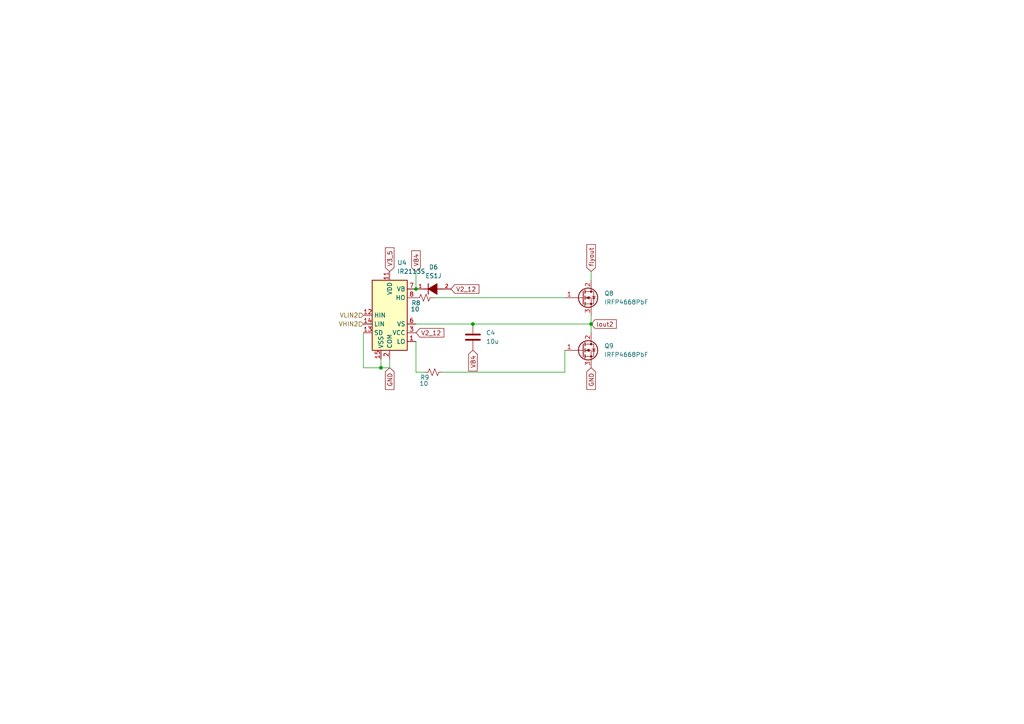
<source format=kicad_sch>
(kicad_sch
	(version 20231120)
	(generator "eeschema")
	(generator_version "8.0")
	(uuid "21237642-0fb2-4c9d-9a79-a382abbf03e9")
	(paper "A4")
	(lib_symbols
		(symbol "Device:C"
			(pin_numbers hide)
			(pin_names
				(offset 0.254)
			)
			(exclude_from_sim no)
			(in_bom yes)
			(on_board yes)
			(property "Reference" "C"
				(at 0.635 2.54 0)
				(effects
					(font
						(size 1.27 1.27)
					)
					(justify left)
				)
			)
			(property "Value" "C"
				(at 0.635 -2.54 0)
				(effects
					(font
						(size 1.27 1.27)
					)
					(justify left)
				)
			)
			(property "Footprint" ""
				(at 0.9652 -3.81 0)
				(effects
					(font
						(size 1.27 1.27)
					)
					(hide yes)
				)
			)
			(property "Datasheet" "~"
				(at 0 0 0)
				(effects
					(font
						(size 1.27 1.27)
					)
					(hide yes)
				)
			)
			(property "Description" "Unpolarized capacitor"
				(at 0 0 0)
				(effects
					(font
						(size 1.27 1.27)
					)
					(hide yes)
				)
			)
			(property "ki_keywords" "cap capacitor"
				(at 0 0 0)
				(effects
					(font
						(size 1.27 1.27)
					)
					(hide yes)
				)
			)
			(property "ki_fp_filters" "C_*"
				(at 0 0 0)
				(effects
					(font
						(size 1.27 1.27)
					)
					(hide yes)
				)
			)
			(symbol "C_0_1"
				(polyline
					(pts
						(xy -2.032 -0.762) (xy 2.032 -0.762)
					)
					(stroke
						(width 0.508)
						(type default)
					)
					(fill
						(type none)
					)
				)
				(polyline
					(pts
						(xy -2.032 0.762) (xy 2.032 0.762)
					)
					(stroke
						(width 0.508)
						(type default)
					)
					(fill
						(type none)
					)
				)
			)
			(symbol "C_1_1"
				(pin passive line
					(at 0 3.81 270)
					(length 2.794)
					(name "~"
						(effects
							(font
								(size 1.27 1.27)
							)
						)
					)
					(number "1"
						(effects
							(font
								(size 1.27 1.27)
							)
						)
					)
				)
				(pin passive line
					(at 0 -3.81 90)
					(length 2.794)
					(name "~"
						(effects
							(font
								(size 1.27 1.27)
							)
						)
					)
					(number "2"
						(effects
							(font
								(size 1.27 1.27)
							)
						)
					)
				)
			)
		)
		(symbol "Device:R_Small_US"
			(pin_numbers hide)
			(pin_names
				(offset 0.254) hide)
			(exclude_from_sim no)
			(in_bom yes)
			(on_board yes)
			(property "Reference" "R"
				(at 0.762 0.508 0)
				(effects
					(font
						(size 1.27 1.27)
					)
					(justify left)
				)
			)
			(property "Value" "R_Small_US"
				(at 0.762 -1.016 0)
				(effects
					(font
						(size 1.27 1.27)
					)
					(justify left)
				)
			)
			(property "Footprint" ""
				(at 0 0 0)
				(effects
					(font
						(size 1.27 1.27)
					)
					(hide yes)
				)
			)
			(property "Datasheet" "~"
				(at 0 0 0)
				(effects
					(font
						(size 1.27 1.27)
					)
					(hide yes)
				)
			)
			(property "Description" "Resistor, small US symbol"
				(at 0 0 0)
				(effects
					(font
						(size 1.27 1.27)
					)
					(hide yes)
				)
			)
			(property "ki_keywords" "r resistor"
				(at 0 0 0)
				(effects
					(font
						(size 1.27 1.27)
					)
					(hide yes)
				)
			)
			(property "ki_fp_filters" "R_*"
				(at 0 0 0)
				(effects
					(font
						(size 1.27 1.27)
					)
					(hide yes)
				)
			)
			(symbol "R_Small_US_1_1"
				(polyline
					(pts
						(xy 0 0) (xy 1.016 -0.381) (xy 0 -0.762) (xy -1.016 -1.143) (xy 0 -1.524)
					)
					(stroke
						(width 0)
						(type default)
					)
					(fill
						(type none)
					)
				)
				(polyline
					(pts
						(xy 0 1.524) (xy 1.016 1.143) (xy 0 0.762) (xy -1.016 0.381) (xy 0 0)
					)
					(stroke
						(width 0)
						(type default)
					)
					(fill
						(type none)
					)
				)
				(pin passive line
					(at 0 2.54 270)
					(length 1.016)
					(name "~"
						(effects
							(font
								(size 1.27 1.27)
							)
						)
					)
					(number "1"
						(effects
							(font
								(size 1.27 1.27)
							)
						)
					)
				)
				(pin passive line
					(at 0 -2.54 90)
					(length 1.016)
					(name "~"
						(effects
							(font
								(size 1.27 1.27)
							)
						)
					)
					(number "2"
						(effects
							(font
								(size 1.27 1.27)
							)
						)
					)
				)
			)
		)
		(symbol "Driver_FET:IR2113S"
			(exclude_from_sim no)
			(in_bom yes)
			(on_board yes)
			(property "Reference" "U"
				(at 1.27 13.335 0)
				(effects
					(font
						(size 1.27 1.27)
					)
					(justify left)
				)
			)
			(property "Value" "IR2113S"
				(at 1.27 11.43 0)
				(effects
					(font
						(size 1.27 1.27)
					)
					(justify left)
				)
			)
			(property "Footprint" "Package_SO:SOIC-16W_7.5x10.3mm_P1.27mm"
				(at 0 0 0)
				(effects
					(font
						(size 1.27 1.27)
						(italic yes)
					)
					(hide yes)
				)
			)
			(property "Datasheet" "https://www.infineon.com/dgdl/ir2110.pdf?fileId=5546d462533600a4015355c80333167e"
				(at 0 0 0)
				(effects
					(font
						(size 1.27 1.27)
					)
					(hide yes)
				)
			)
			(property "Description" "High and Low Side Driver, 500V, 2.0/2.0A, SOIC-16W"
				(at 0 0 0)
				(effects
					(font
						(size 1.27 1.27)
					)
					(hide yes)
				)
			)
			(property "ki_keywords" "Gate Driver"
				(at 0 0 0)
				(effects
					(font
						(size 1.27 1.27)
					)
					(hide yes)
				)
			)
			(property "ki_fp_filters" "SOIC*7.5x10.3mm*P1.27mm*"
				(at 0 0 0)
				(effects
					(font
						(size 1.27 1.27)
					)
					(hide yes)
				)
			)
			(symbol "IR2113S_0_1"
				(rectangle
					(start -5.08 -10.16)
					(end 5.08 10.16)
					(stroke
						(width 0.254)
						(type default)
					)
					(fill
						(type background)
					)
				)
			)
			(symbol "IR2113S_1_1"
				(pin output line
					(at 7.62 -7.62 180)
					(length 2.54)
					(name "LO"
						(effects
							(font
								(size 1.27 1.27)
							)
						)
					)
					(number "1"
						(effects
							(font
								(size 1.27 1.27)
							)
						)
					)
				)
				(pin no_connect line
					(at 5.08 2.54 180)
					(length 2.54) hide
					(name "NC"
						(effects
							(font
								(size 1.27 1.27)
							)
						)
					)
					(number "10"
						(effects
							(font
								(size 1.27 1.27)
							)
						)
					)
				)
				(pin power_in line
					(at 0 12.7 270)
					(length 2.54)
					(name "VDD"
						(effects
							(font
								(size 1.27 1.27)
							)
						)
					)
					(number "11"
						(effects
							(font
								(size 1.27 1.27)
							)
						)
					)
				)
				(pin input line
					(at -7.62 0 0)
					(length 2.54)
					(name "HIN"
						(effects
							(font
								(size 1.27 1.27)
							)
						)
					)
					(number "12"
						(effects
							(font
								(size 1.27 1.27)
							)
						)
					)
				)
				(pin input line
					(at -7.62 -5.08 0)
					(length 2.54)
					(name "SD"
						(effects
							(font
								(size 1.27 1.27)
							)
						)
					)
					(number "13"
						(effects
							(font
								(size 1.27 1.27)
							)
						)
					)
				)
				(pin input line
					(at -7.62 -2.54 0)
					(length 2.54)
					(name "LIN"
						(effects
							(font
								(size 1.27 1.27)
							)
						)
					)
					(number "14"
						(effects
							(font
								(size 1.27 1.27)
							)
						)
					)
				)
				(pin power_in line
					(at -2.54 -12.7 90)
					(length 2.54)
					(name "VSS"
						(effects
							(font
								(size 1.27 1.27)
							)
						)
					)
					(number "15"
						(effects
							(font
								(size 1.27 1.27)
							)
						)
					)
				)
				(pin no_connect line
					(at 5.08 0 180)
					(length 2.54) hide
					(name "NC"
						(effects
							(font
								(size 1.27 1.27)
							)
						)
					)
					(number "16"
						(effects
							(font
								(size 1.27 1.27)
							)
						)
					)
				)
				(pin power_in line
					(at 0 -12.7 90)
					(length 2.54)
					(name "COM"
						(effects
							(font
								(size 1.27 1.27)
							)
						)
					)
					(number "2"
						(effects
							(font
								(size 1.27 1.27)
							)
						)
					)
				)
				(pin power_in line
					(at 7.62 -5.08 180)
					(length 2.54)
					(name "VCC"
						(effects
							(font
								(size 1.27 1.27)
							)
						)
					)
					(number "3"
						(effects
							(font
								(size 1.27 1.27)
							)
						)
					)
				)
				(pin no_connect line
					(at -5.08 7.62 0)
					(length 2.54) hide
					(name "NC"
						(effects
							(font
								(size 1.27 1.27)
							)
						)
					)
					(number "4"
						(effects
							(font
								(size 1.27 1.27)
							)
						)
					)
				)
				(pin no_connect line
					(at -5.08 5.08 0)
					(length 2.54) hide
					(name "NC"
						(effects
							(font
								(size 1.27 1.27)
							)
						)
					)
					(number "5"
						(effects
							(font
								(size 1.27 1.27)
							)
						)
					)
				)
				(pin passive line
					(at 7.62 -2.54 180)
					(length 2.54)
					(name "VS"
						(effects
							(font
								(size 1.27 1.27)
							)
						)
					)
					(number "6"
						(effects
							(font
								(size 1.27 1.27)
							)
						)
					)
				)
				(pin passive line
					(at 7.62 7.62 180)
					(length 2.54)
					(name "VB"
						(effects
							(font
								(size 1.27 1.27)
							)
						)
					)
					(number "7"
						(effects
							(font
								(size 1.27 1.27)
							)
						)
					)
				)
				(pin output line
					(at 7.62 5.08 180)
					(length 2.54)
					(name "HO"
						(effects
							(font
								(size 1.27 1.27)
							)
						)
					)
					(number "8"
						(effects
							(font
								(size 1.27 1.27)
							)
						)
					)
				)
				(pin no_connect line
					(at -5.08 2.54 0)
					(length 2.54) hide
					(name "NC"
						(effects
							(font
								(size 1.27 1.27)
							)
						)
					)
					(number "9"
						(effects
							(font
								(size 1.27 1.27)
							)
						)
					)
				)
			)
		)
		(symbol "ES1J:ES1J"
			(pin_names
				(offset 1.016)
			)
			(exclude_from_sim no)
			(in_bom yes)
			(on_board yes)
			(property "Reference" "D"
				(at 6.096 -5.08 0)
				(effects
					(font
						(size 1.27 1.27)
					)
					(justify left bottom)
				)
			)
			(property "Value" "ES1J"
				(at 6.096 -7.62 0)
				(effects
					(font
						(size 1.27 1.27)
					)
					(justify left bottom)
				)
			)
			(property "Footprint" "ES1J:DIOM5227X250N"
				(at 0 0 0)
				(effects
					(font
						(size 1.27 1.27)
					)
					(justify bottom)
					(hide yes)
				)
			)
			(property "Datasheet" ""
				(at 0 0 0)
				(effects
					(font
						(size 1.27 1.27)
					)
					(hide yes)
				)
			)
			(property "Description" ""
				(at 0 0 0)
				(effects
					(font
						(size 1.27 1.27)
					)
					(hide yes)
				)
			)
			(property "SnapEDA_Link" "https://www.snapeda.com/parts/ES1J/Onsemi/view-part/?ref=snap"
				(at 0 0 0)
				(effects
					(font
						(size 1.27 1.27)
					)
					(justify bottom)
					(hide yes)
				)
			)
			(property "E" "2.725"
				(at 0 0 0)
				(effects
					(font
						(size 1.27 1.27)
					)
					(justify bottom)
					(hide yes)
				)
			)
			(property "D" "5.2"
				(at 0 0 0)
				(effects
					(font
						(size 1.27 1.27)
					)
					(justify bottom)
					(hide yes)
				)
			)
			(property "FAMILY" "diode"
				(at 0 0 0)
				(effects
					(font
						(size 1.27 1.27)
					)
					(justify bottom)
					(hide yes)
				)
			)
			(property "Package" "SMA-2 ON Semiconductor"
				(at 0 0 0)
				(effects
					(font
						(size 1.27 1.27)
					)
					(justify bottom)
					(hide yes)
				)
			)
			(property "b-" "0.225"
				(at 0 0 0)
				(effects
					(font
						(size 1.27 1.27)
					)
					(justify bottom)
					(hide yes)
				)
			)
			(property "L-" "0.385"
				(at 0 0 0)
				(effects
					(font
						(size 1.27 1.27)
					)
					(justify bottom)
					(hide yes)
				)
			)
			(property "Check_prices" "https://www.snapeda.com/parts/ES1J/Onsemi/view-part/?ref=eda"
				(at 0 0 0)
				(effects
					(font
						(size 1.27 1.27)
					)
					(justify bottom)
					(hide yes)
				)
			)
			(property "L" "1.135"
				(at 0 0 0)
				(effects
					(font
						(size 1.27 1.27)
					)
					(justify bottom)
					(hide yes)
				)
			)
			(property "STANDARD" "IPC-7351B"
				(at 0 0 0)
				(effects
					(font
						(size 1.27 1.27)
					)
					(justify bottom)
					(hide yes)
				)
			)
			(property "PARTREV" "Rev. 2"
				(at 0 0 0)
				(effects
					(font
						(size 1.27 1.27)
					)
					(justify bottom)
					(hide yes)
				)
			)
			(property "MF" "ON Semiconductor"
				(at 0 0 0)
				(effects
					(font
						(size 1.27 1.27)
					)
					(justify bottom)
					(hide yes)
				)
			)
			(property "b NOM" "1.425"
				(at 0 0 0)
				(effects
					(font
						(size 1.27 1.27)
					)
					(justify bottom)
					(hide yes)
				)
			)
			(property "L+" "0.385"
				(at 0 0 0)
				(effects
					(font
						(size 1.27 1.27)
					)
					(justify bottom)
					(hide yes)
				)
			)
			(property "b+" "0.225"
				(at 0 0 0)
				(effects
					(font
						(size 1.27 1.27)
					)
					(justify bottom)
					(hide yes)
				)
			)
			(property "D+" "0.4"
				(at 0 0 0)
				(effects
					(font
						(size 1.27 1.27)
					)
					(justify bottom)
					(hide yes)
				)
			)
			(property "E-" "0.225"
				(at 0 0 0)
				(effects
					(font
						(size 1.27 1.27)
					)
					(justify bottom)
					(hide yes)
				)
			)
			(property "D-" "0.4"
				(at 0 0 0)
				(effects
					(font
						(size 1.27 1.27)
					)
					(justify bottom)
					(hide yes)
				)
			)
			(property "LENGTH NOM" "4.375"
				(at 0 0 0)
				(effects
					(font
						(size 1.27 1.27)
					)
					(justify bottom)
					(hide yes)
				)
			)
			(property "MAXIMUM_PACKAGE_HEIGHT" "2.5 mm"
				(at 0 0 0)
				(effects
					(font
						(size 1.27 1.27)
					)
					(justify bottom)
					(hide yes)
				)
			)
			(property "E+" "0.225"
				(at 0 0 0)
				(effects
					(font
						(size 1.27 1.27)
					)
					(justify bottom)
					(hide yes)
				)
			)
			(property "HEIGHT" "2.5"
				(at 0 0 0)
				(effects
					(font
						(size 1.27 1.27)
					)
					(justify bottom)
					(hide yes)
				)
			)
			(property "Price" "None"
				(at 0 0 0)
				(effects
					(font
						(size 1.27 1.27)
					)
					(justify bottom)
					(hide yes)
				)
			)
			(property "Description_1" "\n                        \n                            Diode Standard 600 V 1A Surface Mount DO-214AD (SMAF)\n                        \n"
				(at 0 0 0)
				(effects
					(font
						(size 1.27 1.27)
					)
					(justify bottom)
					(hide yes)
				)
			)
			(property "MP" "ES1J"
				(at 0 0 0)
				(effects
					(font
						(size 1.27 1.27)
					)
					(justify bottom)
					(hide yes)
				)
			)
			(property "PITCH" "4.065"
				(at 0 0 0)
				(effects
					(font
						(size 1.27 1.27)
					)
					(justify bottom)
					(hide yes)
				)
			)
			(property "MANUFACTURER" "ON Semiconductor"
				(at 0 0 0)
				(effects
					(font
						(size 1.27 1.27)
					)
					(justify bottom)
					(hide yes)
				)
			)
			(property "Availability" "In Stock"
				(at 0 0 0)
				(effects
					(font
						(size 1.27 1.27)
					)
					(justify bottom)
					(hide yes)
				)
			)
			(symbol "ES1J_0_0"
				(polyline
					(pts
						(xy 2.54 -6.096) (xy 2.54 -7.62)
					)
					(stroke
						(width 0.254)
						(type default)
					)
					(fill
						(type none)
					)
				)
				(polyline
					(pts
						(xy 2.54 -2.54) (xy 2.54 -3.556)
					)
					(stroke
						(width 0.254)
						(type default)
					)
					(fill
						(type none)
					)
				)
				(polyline
					(pts
						(xy 4.064 -3.556) (xy 1.016 -3.556)
					)
					(stroke
						(width 0.254)
						(type default)
					)
					(fill
						(type none)
					)
				)
				(polyline
					(pts
						(xy 2.54 -3.556) (xy 1.016 -6.096) (xy 4.064 -6.096) (xy 2.54 -3.556)
					)
					(stroke
						(width 0.254)
						(type default)
					)
					(fill
						(type outline)
					)
				)
				(pin passive line
					(at 2.54 0 270)
					(length 2.54)
					(name "~"
						(effects
							(font
								(size 1.016 1.016)
							)
						)
					)
					(number "1"
						(effects
							(font
								(size 1.016 1.016)
							)
						)
					)
				)
				(pin passive line
					(at 2.54 -10.16 90)
					(length 2.54)
					(name "~"
						(effects
							(font
								(size 1.016 1.016)
							)
						)
					)
					(number "2"
						(effects
							(font
								(size 1.016 1.016)
							)
						)
					)
				)
			)
		)
		(symbol "Transistor_FET:IRFP4668PbF"
			(pin_names hide)
			(exclude_from_sim no)
			(in_bom yes)
			(on_board yes)
			(property "Reference" "Q"
				(at 5.08 1.905 0)
				(effects
					(font
						(size 1.27 1.27)
					)
					(justify left)
				)
			)
			(property "Value" "IRFP4668PbF"
				(at 5.08 0 0)
				(effects
					(font
						(size 1.27 1.27)
					)
					(justify left)
				)
			)
			(property "Footprint" "Package_TO_SOT_THT:TO-247-3_Vertical"
				(at 5.08 -1.905 0)
				(effects
					(font
						(size 1.27 1.27)
						(italic yes)
					)
					(justify left)
					(hide yes)
				)
			)
			(property "Datasheet" "https://www.infineon.com/dgdl/irfp4668pbf.pdf?fileId=5546d462533600a40153562c8528201d"
				(at 5.08 -3.81 0)
				(effects
					(font
						(size 1.27 1.27)
					)
					(justify left)
					(hide yes)
				)
			)
			(property "Description" "130A Id, 200V Vds, N-Channel Power MOSFET, TO-247"
				(at 0 0 0)
				(effects
					(font
						(size 1.27 1.27)
					)
					(hide yes)
				)
			)
			(property "ki_keywords" "N-Channel Power MOSFET"
				(at 0 0 0)
				(effects
					(font
						(size 1.27 1.27)
					)
					(hide yes)
				)
			)
			(property "ki_fp_filters" "TO?247*"
				(at 0 0 0)
				(effects
					(font
						(size 1.27 1.27)
					)
					(hide yes)
				)
			)
			(symbol "IRFP4668PbF_0_1"
				(polyline
					(pts
						(xy 0.254 0) (xy -2.54 0)
					)
					(stroke
						(width 0)
						(type default)
					)
					(fill
						(type none)
					)
				)
				(polyline
					(pts
						(xy 0.254 1.905) (xy 0.254 -1.905)
					)
					(stroke
						(width 0.254)
						(type default)
					)
					(fill
						(type none)
					)
				)
				(polyline
					(pts
						(xy 0.762 -1.27) (xy 0.762 -2.286)
					)
					(stroke
						(width 0.254)
						(type default)
					)
					(fill
						(type none)
					)
				)
				(polyline
					(pts
						(xy 0.762 0.508) (xy 0.762 -0.508)
					)
					(stroke
						(width 0.254)
						(type default)
					)
					(fill
						(type none)
					)
				)
				(polyline
					(pts
						(xy 0.762 2.286) (xy 0.762 1.27)
					)
					(stroke
						(width 0.254)
						(type default)
					)
					(fill
						(type none)
					)
				)
				(polyline
					(pts
						(xy 2.54 2.54) (xy 2.54 1.778)
					)
					(stroke
						(width 0)
						(type default)
					)
					(fill
						(type none)
					)
				)
				(polyline
					(pts
						(xy 2.54 -2.54) (xy 2.54 0) (xy 0.762 0)
					)
					(stroke
						(width 0)
						(type default)
					)
					(fill
						(type none)
					)
				)
				(polyline
					(pts
						(xy 0.762 -1.778) (xy 3.302 -1.778) (xy 3.302 1.778) (xy 0.762 1.778)
					)
					(stroke
						(width 0)
						(type default)
					)
					(fill
						(type none)
					)
				)
				(polyline
					(pts
						(xy 1.016 0) (xy 2.032 0.381) (xy 2.032 -0.381) (xy 1.016 0)
					)
					(stroke
						(width 0)
						(type default)
					)
					(fill
						(type outline)
					)
				)
				(polyline
					(pts
						(xy 2.794 0.508) (xy 2.921 0.381) (xy 3.683 0.381) (xy 3.81 0.254)
					)
					(stroke
						(width 0)
						(type default)
					)
					(fill
						(type none)
					)
				)
				(polyline
					(pts
						(xy 3.302 0.381) (xy 2.921 -0.254) (xy 3.683 -0.254) (xy 3.302 0.381)
					)
					(stroke
						(width 0)
						(type default)
					)
					(fill
						(type none)
					)
				)
				(circle
					(center 1.651 0)
					(radius 2.794)
					(stroke
						(width 0.254)
						(type default)
					)
					(fill
						(type none)
					)
				)
				(circle
					(center 2.54 -1.778)
					(radius 0.254)
					(stroke
						(width 0)
						(type default)
					)
					(fill
						(type outline)
					)
				)
				(circle
					(center 2.54 1.778)
					(radius 0.254)
					(stroke
						(width 0)
						(type default)
					)
					(fill
						(type outline)
					)
				)
			)
			(symbol "IRFP4668PbF_1_1"
				(pin input line
					(at -5.08 0 0)
					(length 2.54)
					(name "G"
						(effects
							(font
								(size 1.27 1.27)
							)
						)
					)
					(number "1"
						(effects
							(font
								(size 1.27 1.27)
							)
						)
					)
				)
				(pin passive line
					(at 2.54 5.08 270)
					(length 2.54)
					(name "D"
						(effects
							(font
								(size 1.27 1.27)
							)
						)
					)
					(number "2"
						(effects
							(font
								(size 1.27 1.27)
							)
						)
					)
				)
				(pin passive line
					(at 2.54 -5.08 90)
					(length 2.54)
					(name "S"
						(effects
							(font
								(size 1.27 1.27)
							)
						)
					)
					(number "3"
						(effects
							(font
								(size 1.27 1.27)
							)
						)
					)
				)
			)
		)
	)
	(junction
		(at 171.45 93.98)
		(diameter 0)
		(color 0 0 0 0)
		(uuid "15b1fed1-58e2-405b-a198-7b28085cfea2")
	)
	(junction
		(at 120.65 83.82)
		(diameter 0)
		(color 0 0 0 0)
		(uuid "47018358-62c1-4d08-a95d-dd3fb3d38552")
	)
	(junction
		(at 110.49 106.68)
		(diameter 0)
		(color 0 0 0 0)
		(uuid "a19fc2a4-241e-436b-b69c-bc1740731a05")
	)
	(junction
		(at 137.16 93.98)
		(diameter 0)
		(color 0 0 0 0)
		(uuid "c5e337ac-f9f0-4931-baed-72733ddc1ca0")
	)
	(wire
		(pts
			(xy 171.45 93.98) (xy 171.45 96.52)
		)
		(stroke
			(width 0)
			(type default)
		)
		(uuid "18554665-7d02-4023-bff7-9e7ac1340171")
	)
	(wire
		(pts
			(xy 110.49 104.14) (xy 110.49 106.68)
		)
		(stroke
			(width 0)
			(type default)
		)
		(uuid "22581ada-d0ac-42b0-9f8a-8bc65fe5a4c7")
	)
	(wire
		(pts
			(xy 171.45 78.74) (xy 171.45 81.28)
		)
		(stroke
			(width 0)
			(type default)
		)
		(uuid "25014055-9ac3-4e58-8892-64b1dde409c2")
	)
	(wire
		(pts
			(xy 163.83 107.95) (xy 163.83 101.6)
		)
		(stroke
			(width 0)
			(type default)
		)
		(uuid "3780d0c5-d686-4d63-ac54-e9f8f065f6fc")
	)
	(wire
		(pts
			(xy 120.65 93.98) (xy 137.16 93.98)
		)
		(stroke
			(width 0)
			(type default)
		)
		(uuid "395bd278-c4ac-4993-916b-db18b2bc568e")
	)
	(wire
		(pts
			(xy 110.49 106.68) (xy 113.03 106.68)
		)
		(stroke
			(width 0)
			(type default)
		)
		(uuid "3f6e1126-118b-45d6-b721-81e95faa1100")
	)
	(wire
		(pts
			(xy 105.41 106.68) (xy 110.49 106.68)
		)
		(stroke
			(width 0)
			(type default)
		)
		(uuid "4e8d4f51-104a-451f-93f7-a3b42f0ea153")
	)
	(wire
		(pts
			(xy 120.65 107.95) (xy 123.19 107.95)
		)
		(stroke
			(width 0)
			(type default)
		)
		(uuid "52cb495b-3d42-485a-82cb-4e29cb6b156d")
	)
	(wire
		(pts
			(xy 137.16 93.98) (xy 171.45 93.98)
		)
		(stroke
			(width 0)
			(type default)
		)
		(uuid "6c46fa4b-9c68-407b-a332-68eee2143381")
	)
	(wire
		(pts
			(xy 120.65 99.06) (xy 120.65 107.95)
		)
		(stroke
			(width 0)
			(type default)
		)
		(uuid "7aed5f51-ffa0-4ded-a470-db42f8ca8ca7")
	)
	(wire
		(pts
			(xy 105.41 96.52) (xy 105.41 106.68)
		)
		(stroke
			(width 0)
			(type default)
		)
		(uuid "8a9297be-8ce2-4020-bdef-5d3808e3ec33")
	)
	(wire
		(pts
			(xy 120.65 78.74) (xy 120.65 83.82)
		)
		(stroke
			(width 0)
			(type default)
		)
		(uuid "9f986cf4-782d-4db9-b4fa-dd95dfacf37e")
	)
	(wire
		(pts
			(xy 128.27 107.95) (xy 163.83 107.95)
		)
		(stroke
			(width 0)
			(type default)
		)
		(uuid "bf92dc03-c9ae-4a24-8480-5e9c2b5060e7")
	)
	(wire
		(pts
			(xy 113.03 106.68) (xy 113.03 104.14)
		)
		(stroke
			(width 0)
			(type default)
		)
		(uuid "ca4638bc-e15b-4e1f-8ba6-a567dd58a9ac")
	)
	(wire
		(pts
			(xy 171.45 91.44) (xy 171.45 93.98)
		)
		(stroke
			(width 0)
			(type default)
		)
		(uuid "dee7d5a5-8cfe-445a-ab67-8f7226ca53a2")
	)
	(wire
		(pts
			(xy 125.73 86.36) (xy 163.83 86.36)
		)
		(stroke
			(width 0)
			(type default)
		)
		(uuid "e177dbce-0ee9-4455-b7e9-3e2e478b09ea")
	)
	(global_label "V2_12"
		(shape input)
		(at 120.65 96.52 0)
		(fields_autoplaced yes)
		(effects
			(font
				(size 1.27 1.27)
			)
			(justify left)
		)
		(uuid "24b0dbe8-ab7a-4605-a084-ab194679365d")
		(property "Intersheetrefs" "${INTERSHEET_REFS}"
			(at 129.3199 96.52 0)
			(effects
				(font
					(size 1.27 1.27)
				)
				(justify left)
				(hide yes)
			)
		)
	)
	(global_label "flyout"
		(shape input)
		(at 171.45 78.74 90)
		(fields_autoplaced yes)
		(effects
			(font
				(size 1.27 1.27)
			)
			(justify left)
		)
		(uuid "3f5cede5-9c28-473e-92cc-14c0ddf06a68")
		(property "Intersheetrefs" "${INTERSHEET_REFS}"
			(at 171.45 70.3726 90)
			(effects
				(font
					(size 1.27 1.27)
				)
				(justify left)
				(hide yes)
			)
		)
	)
	(global_label "V2_12"
		(shape input)
		(at 130.81 83.82 0)
		(fields_autoplaced yes)
		(effects
			(font
				(size 1.27 1.27)
			)
			(justify left)
		)
		(uuid "56a8d65a-2687-4b4d-826f-3caa88107be8")
		(property "Intersheetrefs" "${INTERSHEET_REFS}"
			(at 139.4799 83.82 0)
			(effects
				(font
					(size 1.27 1.27)
				)
				(justify left)
				(hide yes)
			)
		)
	)
	(global_label "VB4"
		(shape input)
		(at 137.16 101.6 270)
		(fields_autoplaced yes)
		(effects
			(font
				(size 1.27 1.27)
			)
			(justify right)
		)
		(uuid "5723cf95-42d3-4bfb-8459-7e570788a595")
		(property "Intersheetrefs" "${INTERSHEET_REFS}"
			(at 137.16 108.1533 90)
			(effects
				(font
					(size 1.27 1.27)
				)
				(justify right)
				(hide yes)
			)
		)
	)
	(global_label "GND"
		(shape input)
		(at 113.03 106.68 270)
		(fields_autoplaced yes)
		(effects
			(font
				(size 1.27 1.27)
			)
			(justify right)
		)
		(uuid "7252cc05-7d92-443f-8f21-3846521feec5")
		(property "Intersheetrefs" "${INTERSHEET_REFS}"
			(at 113.03 113.5357 90)
			(effects
				(font
					(size 1.27 1.27)
				)
				(justify right)
				(hide yes)
			)
		)
	)
	(global_label "lout2"
		(shape input)
		(at 171.45 93.98 0)
		(fields_autoplaced yes)
		(effects
			(font
				(size 1.27 1.27)
			)
			(justify left)
		)
		(uuid "7620d762-ab48-4dcc-be0f-53f6910be1ff")
		(property "Intersheetrefs" "${INTERSHEET_REFS}"
			(at 179.3336 93.98 0)
			(effects
				(font
					(size 1.27 1.27)
				)
				(justify left)
				(hide yes)
			)
		)
	)
	(global_label "GND"
		(shape input)
		(at 171.45 106.68 270)
		(fields_autoplaced yes)
		(effects
			(font
				(size 1.27 1.27)
			)
			(justify right)
		)
		(uuid "99aae7ca-44bd-4f11-8724-ec82892498d2")
		(property "Intersheetrefs" "${INTERSHEET_REFS}"
			(at 171.45 113.5357 90)
			(effects
				(font
					(size 1.27 1.27)
				)
				(justify right)
				(hide yes)
			)
		)
	)
	(global_label "V3_5"
		(shape input)
		(at 113.03 78.74 90)
		(fields_autoplaced yes)
		(effects
			(font
				(size 1.27 1.27)
			)
			(justify left)
		)
		(uuid "c3edd193-65ac-440c-a236-7dbf0a378ca5")
		(property "Intersheetrefs" "${INTERSHEET_REFS}"
			(at 113.03 71.2796 90)
			(effects
				(font
					(size 1.27 1.27)
				)
				(justify left)
				(hide yes)
			)
		)
	)
	(global_label "VB4"
		(shape input)
		(at 120.65 78.74 90)
		(fields_autoplaced yes)
		(effects
			(font
				(size 1.27 1.27)
			)
			(justify left)
		)
		(uuid "ee0bbfc2-4f43-4193-88fa-1c52a30752fb")
		(property "Intersheetrefs" "${INTERSHEET_REFS}"
			(at 120.65 72.1867 90)
			(effects
				(font
					(size 1.27 1.27)
				)
				(justify left)
				(hide yes)
			)
		)
	)
	(hierarchical_label "VLIN2"
		(shape input)
		(at 105.41 91.44 180)
		(fields_autoplaced yes)
		(effects
			(font
				(size 1.27 1.27)
			)
			(justify right)
		)
		(uuid "1e8e7c62-d29a-456f-9329-f67108cdbbea")
	)
	(hierarchical_label "VHIN2"
		(shape input)
		(at 105.41 93.98 180)
		(fields_autoplaced yes)
		(effects
			(font
				(size 1.27 1.27)
			)
			(justify right)
		)
		(uuid "d6c0539c-a01e-4683-bbd1-65d61a4160ab")
	)
	(symbol
		(lib_id "Device:C")
		(at 137.16 97.79 0)
		(unit 1)
		(exclude_from_sim no)
		(in_bom yes)
		(on_board yes)
		(dnp no)
		(fields_autoplaced yes)
		(uuid "0ac69ed9-df2b-4aea-9a84-ce549bc6ad8e")
		(property "Reference" "C4"
			(at 140.97 96.5199 0)
			(effects
				(font
					(size 1.27 1.27)
				)
				(justify left)
			)
		)
		(property "Value" "10u"
			(at 140.97 99.0599 0)
			(effects
				(font
					(size 1.27 1.27)
				)
				(justify left)
			)
		)
		(property "Footprint" "Capacitor_SMD:C_1210_3225Metric"
			(at 138.1252 101.6 0)
			(effects
				(font
					(size 1.27 1.27)
				)
				(hide yes)
			)
		)
		(property "Datasheet" "~"
			(at 137.16 97.79 0)
			(effects
				(font
					(size 1.27 1.27)
				)
				(hide yes)
			)
		)
		(property "Description" "Unpolarized capacitor"
			(at 137.16 97.79 0)
			(effects
				(font
					(size 1.27 1.27)
				)
				(hide yes)
			)
		)
		(pin "2"
			(uuid "549b7495-8515-41be-9959-23d592898d65")
		)
		(pin "1"
			(uuid "0d51f414-c3e6-4a14-8b95-a0f8d1386527")
		)
		(instances
			(project ""
				(path "/edf94242-0cdc-4580-8fae-fd56a0fef1a3/4ef6125f-d48c-4cdc-8ecc-782b01e6efd7/c535be32-88b2-4136-9db1-2c637c5fea54"
					(reference "C4")
					(unit 1)
				)
			)
		)
	)
	(symbol
		(lib_id "Transistor_FET:IRFP4668PbF")
		(at 168.91 101.6 0)
		(unit 1)
		(exclude_from_sim no)
		(in_bom yes)
		(on_board yes)
		(dnp no)
		(fields_autoplaced yes)
		(uuid "0ba206a5-69e7-4a62-8e21-6e39c0c60547")
		(property "Reference" "Q9"
			(at 175.26 100.3299 0)
			(effects
				(font
					(size 1.27 1.27)
				)
				(justify left)
			)
		)
		(property "Value" "IRFP4668PbF"
			(at 175.26 102.8699 0)
			(effects
				(font
					(size 1.27 1.27)
				)
				(justify left)
			)
		)
		(property "Footprint" "Package_TO_SOT_SMD:SC-59_Handsoldering"
			(at 173.99 103.505 0)
			(effects
				(font
					(size 1.27 1.27)
					(italic yes)
				)
				(justify left)
				(hide yes)
			)
		)
		(property "Datasheet" "https://www.infineon.com/dgdl/irfp4668pbf.pdf?fileId=5546d462533600a40153562c8528201d"
			(at 173.99 105.41 0)
			(effects
				(font
					(size 1.27 1.27)
				)
				(justify left)
				(hide yes)
			)
		)
		(property "Description" "130A Id, 200V Vds, N-Channel Power MOSFET, TO-247"
			(at 168.91 101.6 0)
			(effects
				(font
					(size 1.27 1.27)
				)
				(hide yes)
			)
		)
		(pin "1"
			(uuid "88b015ef-4bc7-47eb-bae8-ed51e8871568")
		)
		(pin "2"
			(uuid "5c3a7572-df58-43d7-9490-16fccf3e7759")
		)
		(pin "3"
			(uuid "b7e80ea6-ea26-411e-a5fd-724947517866")
		)
		(instances
			(project ""
				(path "/edf94242-0cdc-4580-8fae-fd56a0fef1a3/4ef6125f-d48c-4cdc-8ecc-782b01e6efd7/c535be32-88b2-4136-9db1-2c637c5fea54"
					(reference "Q9")
					(unit 1)
				)
			)
		)
	)
	(symbol
		(lib_id "Device:R_Small_US")
		(at 125.73 107.95 90)
		(unit 1)
		(exclude_from_sim no)
		(in_bom yes)
		(on_board yes)
		(dnp no)
		(uuid "2ba4207d-ff36-4ce8-9536-d86b7d3b0004")
		(property "Reference" "R9"
			(at 123.19 109.474 90)
			(effects
				(font
					(size 1.27 1.27)
				)
			)
		)
		(property "Value" "10"
			(at 122.936 111.252 90)
			(effects
				(font
					(size 1.27 1.27)
				)
			)
		)
		(property "Footprint" "Resistor_SMD:R_0805_2012Metric"
			(at 125.73 107.95 0)
			(effects
				(font
					(size 1.27 1.27)
				)
				(hide yes)
			)
		)
		(property "Datasheet" "~"
			(at 125.73 107.95 0)
			(effects
				(font
					(size 1.27 1.27)
				)
				(hide yes)
			)
		)
		(property "Description" "Resistor, small US symbol"
			(at 125.73 107.95 0)
			(effects
				(font
					(size 1.27 1.27)
				)
				(hide yes)
			)
		)
		(pin "2"
			(uuid "b0be22ff-d9c3-4545-81bb-13b100bfb456")
		)
		(pin "1"
			(uuid "5b3e2fe5-bd2f-45de-bd7a-83a1556fe752")
		)
		(instances
			(project ""
				(path "/edf94242-0cdc-4580-8fae-fd56a0fef1a3/4ef6125f-d48c-4cdc-8ecc-782b01e6efd7/c535be32-88b2-4136-9db1-2c637c5fea54"
					(reference "R9")
					(unit 1)
				)
			)
		)
	)
	(symbol
		(lib_id "ES1J:ES1J")
		(at 120.65 86.36 90)
		(unit 1)
		(exclude_from_sim no)
		(in_bom yes)
		(on_board yes)
		(dnp no)
		(fields_autoplaced yes)
		(uuid "587253cf-c539-4dc3-b73a-069154b3a607")
		(property "Reference" "D6"
			(at 125.73 77.47 90)
			(effects
				(font
					(size 1.27 1.27)
				)
			)
		)
		(property "Value" "ES1J"
			(at 125.73 80.01 90)
			(effects
				(font
					(size 1.27 1.27)
				)
			)
		)
		(property "Footprint" "footprints:DIOM5227X250N"
			(at 120.65 86.36 0)
			(effects
				(font
					(size 1.27 1.27)
				)
				(justify bottom)
				(hide yes)
			)
		)
		(property "Datasheet" ""
			(at 120.65 86.36 0)
			(effects
				(font
					(size 1.27 1.27)
				)
				(hide yes)
			)
		)
		(property "Description" ""
			(at 120.65 86.36 0)
			(effects
				(font
					(size 1.27 1.27)
				)
				(hide yes)
			)
		)
		(property "SnapEDA_Link" "https://www.snapeda.com/parts/ES1J/Onsemi/view-part/?ref=snap"
			(at 120.65 86.36 0)
			(effects
				(font
					(size 1.27 1.27)
				)
				(justify bottom)
				(hide yes)
			)
		)
		(property "E" "2.725"
			(at 120.65 86.36 0)
			(effects
				(font
					(size 1.27 1.27)
				)
				(justify bottom)
				(hide yes)
			)
		)
		(property "D" "5.2"
			(at 120.65 86.36 0)
			(effects
				(font
					(size 1.27 1.27)
				)
				(justify bottom)
				(hide yes)
			)
		)
		(property "FAMILY" "diode"
			(at 120.65 86.36 0)
			(effects
				(font
					(size 1.27 1.27)
				)
				(justify bottom)
				(hide yes)
			)
		)
		(property "Package" "SMA-2 ON Semiconductor"
			(at 120.65 86.36 0)
			(effects
				(font
					(size 1.27 1.27)
				)
				(justify bottom)
				(hide yes)
			)
		)
		(property "b-" "0.225"
			(at 120.65 86.36 0)
			(effects
				(font
					(size 1.27 1.27)
				)
				(justify bottom)
				(hide yes)
			)
		)
		(property "L-" "0.385"
			(at 120.65 86.36 0)
			(effects
				(font
					(size 1.27 1.27)
				)
				(justify bottom)
				(hide yes)
			)
		)
		(property "Check_prices" "https://www.snapeda.com/parts/ES1J/Onsemi/view-part/?ref=eda"
			(at 120.65 86.36 0)
			(effects
				(font
					(size 1.27 1.27)
				)
				(justify bottom)
				(hide yes)
			)
		)
		(property "L" "1.135"
			(at 120.65 86.36 0)
			(effects
				(font
					(size 1.27 1.27)
				)
				(justify bottom)
				(hide yes)
			)
		)
		(property "STANDARD" "IPC-7351B"
			(at 120.65 86.36 0)
			(effects
				(font
					(size 1.27 1.27)
				)
				(justify bottom)
				(hide yes)
			)
		)
		(property "PARTREV" "Rev. 2"
			(at 120.65 86.36 0)
			(effects
				(font
					(size 1.27 1.27)
				)
				(justify bottom)
				(hide yes)
			)
		)
		(property "MF" "ON Semiconductor"
			(at 120.65 86.36 0)
			(effects
				(font
					(size 1.27 1.27)
				)
				(justify bottom)
				(hide yes)
			)
		)
		(property "b NOM" "1.425"
			(at 120.65 86.36 0)
			(effects
				(font
					(size 1.27 1.27)
				)
				(justify bottom)
				(hide yes)
			)
		)
		(property "L+" "0.385"
			(at 120.65 86.36 0)
			(effects
				(font
					(size 1.27 1.27)
				)
				(justify bottom)
				(hide yes)
			)
		)
		(property "b+" "0.225"
			(at 120.65 86.36 0)
			(effects
				(font
					(size 1.27 1.27)
				)
				(justify bottom)
				(hide yes)
			)
		)
		(property "D+" "0.4"
			(at 120.65 86.36 0)
			(effects
				(font
					(size 1.27 1.27)
				)
				(justify bottom)
				(hide yes)
			)
		)
		(property "E-" "0.225"
			(at 120.65 86.36 0)
			(effects
				(font
					(size 1.27 1.27)
				)
				(justify bottom)
				(hide yes)
			)
		)
		(property "D-" "0.4"
			(at 120.65 86.36 0)
			(effects
				(font
					(size 1.27 1.27)
				)
				(justify bottom)
				(hide yes)
			)
		)
		(property "LENGTH NOM" "4.375"
			(at 120.65 86.36 0)
			(effects
				(font
					(size 1.27 1.27)
				)
				(justify bottom)
				(hide yes)
			)
		)
		(property "MAXIMUM_PACKAGE_HEIGHT" "2.5 mm"
			(at 120.65 86.36 0)
			(effects
				(font
					(size 1.27 1.27)
				)
				(justify bottom)
				(hide yes)
			)
		)
		(property "E+" "0.225"
			(at 120.65 86.36 0)
			(effects
				(font
					(size 1.27 1.27)
				)
				(justify bottom)
				(hide yes)
			)
		)
		(property "HEIGHT" "2.5"
			(at 120.65 86.36 0)
			(effects
				(font
					(size 1.27 1.27)
				)
				(justify bottom)
				(hide yes)
			)
		)
		(property "Price" "None"
			(at 120.65 86.36 0)
			(effects
				(font
					(size 1.27 1.27)
				)
				(justify bottom)
				(hide yes)
			)
		)
		(property "Description_1" "\n                        \n                            Diode Standard 600 V 1A Surface Mount DO-214AD (SMAF)\n                        \n"
			(at 120.65 86.36 0)
			(effects
				(font
					(size 1.27 1.27)
				)
				(justify bottom)
				(hide yes)
			)
		)
		(property "MP" "ES1J"
			(at 120.65 86.36 0)
			(effects
				(font
					(size 1.27 1.27)
				)
				(justify bottom)
				(hide yes)
			)
		)
		(property "PITCH" "4.065"
			(at 120.65 86.36 0)
			(effects
				(font
					(size 1.27 1.27)
				)
				(justify bottom)
				(hide yes)
			)
		)
		(property "MANUFACTURER" "ON Semiconductor"
			(at 120.65 86.36 0)
			(effects
				(font
					(size 1.27 1.27)
				)
				(justify bottom)
				(hide yes)
			)
		)
		(property "Availability" "In Stock"
			(at 120.65 86.36 0)
			(effects
				(font
					(size 1.27 1.27)
				)
				(justify bottom)
				(hide yes)
			)
		)
		(pin "1"
			(uuid "389e91de-3144-46b3-8ba1-dc29dde3736a")
		)
		(pin "2"
			(uuid "eea091aa-ffdb-4358-a955-9587c2f47c27")
		)
		(instances
			(project ""
				(path "/edf94242-0cdc-4580-8fae-fd56a0fef1a3/4ef6125f-d48c-4cdc-8ecc-782b01e6efd7/c535be32-88b2-4136-9db1-2c637c5fea54"
					(reference "D6")
					(unit 1)
				)
			)
		)
	)
	(symbol
		(lib_id "Device:R_Small_US")
		(at 123.19 86.36 90)
		(unit 1)
		(exclude_from_sim no)
		(in_bom yes)
		(on_board yes)
		(dnp no)
		(uuid "d013ccb3-40e2-4bea-910a-d803ef2a8814")
		(property "Reference" "R8"
			(at 120.65 87.884 90)
			(effects
				(font
					(size 1.27 1.27)
				)
			)
		)
		(property "Value" "10"
			(at 120.396 89.662 90)
			(effects
				(font
					(size 1.27 1.27)
				)
			)
		)
		(property "Footprint" "Resistor_SMD:R_0805_2012Metric"
			(at 123.19 86.36 0)
			(effects
				(font
					(size 1.27 1.27)
				)
				(hide yes)
			)
		)
		(property "Datasheet" "~"
			(at 123.19 86.36 0)
			(effects
				(font
					(size 1.27 1.27)
				)
				(hide yes)
			)
		)
		(property "Description" "Resistor, small US symbol"
			(at 123.19 86.36 0)
			(effects
				(font
					(size 1.27 1.27)
				)
				(hide yes)
			)
		)
		(pin "2"
			(uuid "ba947dcf-c697-42b8-857c-a6bbf6cd6bf3")
		)
		(pin "1"
			(uuid "5a9e1485-54a2-4c89-8158-11f05c5316d9")
		)
		(instances
			(project ""
				(path "/edf94242-0cdc-4580-8fae-fd56a0fef1a3/4ef6125f-d48c-4cdc-8ecc-782b01e6efd7/c535be32-88b2-4136-9db1-2c637c5fea54"
					(reference "R8")
					(unit 1)
				)
			)
		)
	)
	(symbol
		(lib_id "Transistor_FET:IRFP4668PbF")
		(at 168.91 86.36 0)
		(unit 1)
		(exclude_from_sim no)
		(in_bom yes)
		(on_board yes)
		(dnp no)
		(fields_autoplaced yes)
		(uuid "f8aa9af0-934c-418a-bbdb-de9f513415da")
		(property "Reference" "Q8"
			(at 175.26 85.0899 0)
			(effects
				(font
					(size 1.27 1.27)
				)
				(justify left)
			)
		)
		(property "Value" "IRFP4668PbF"
			(at 175.26 87.6299 0)
			(effects
				(font
					(size 1.27 1.27)
				)
				(justify left)
			)
		)
		(property "Footprint" "Package_TO_SOT_SMD:SC-59_Handsoldering"
			(at 173.99 88.265 0)
			(effects
				(font
					(size 1.27 1.27)
					(italic yes)
				)
				(justify left)
				(hide yes)
			)
		)
		(property "Datasheet" "https://www.infineon.com/dgdl/irfp4668pbf.pdf?fileId=5546d462533600a40153562c8528201d"
			(at 173.99 90.17 0)
			(effects
				(font
					(size 1.27 1.27)
				)
				(justify left)
				(hide yes)
			)
		)
		(property "Description" "130A Id, 200V Vds, N-Channel Power MOSFET, TO-247"
			(at 168.91 86.36 0)
			(effects
				(font
					(size 1.27 1.27)
				)
				(hide yes)
			)
		)
		(pin "1"
			(uuid "e0fc046a-0e26-48c0-8735-582f5485b914")
		)
		(pin "2"
			(uuid "c474e27d-337a-4f13-965a-f020fac772f2")
		)
		(pin "3"
			(uuid "5905e554-2498-4cac-8693-2f64deec5e78")
		)
		(instances
			(project ""
				(path "/edf94242-0cdc-4580-8fae-fd56a0fef1a3/4ef6125f-d48c-4cdc-8ecc-782b01e6efd7/c535be32-88b2-4136-9db1-2c637c5fea54"
					(reference "Q8")
					(unit 1)
				)
			)
		)
	)
	(symbol
		(lib_id "Driver_FET:IR2113S")
		(at 113.03 91.44 0)
		(unit 1)
		(exclude_from_sim no)
		(in_bom yes)
		(on_board yes)
		(dnp no)
		(fields_autoplaced yes)
		(uuid "ff4bad9e-f1bd-4dd4-b4db-abb6cc0abc0c")
		(property "Reference" "U4"
			(at 115.2241 76.2 0)
			(effects
				(font
					(size 1.27 1.27)
				)
				(justify left)
			)
		)
		(property "Value" "IR2113S"
			(at 115.2241 78.74 0)
			(effects
				(font
					(size 1.27 1.27)
				)
				(justify left)
			)
		)
		(property "Footprint" "Package_SO:SOIC-16W_7.5x10.3mm_P1.27mm"
			(at 113.03 91.44 0)
			(effects
				(font
					(size 1.27 1.27)
					(italic yes)
				)
				(hide yes)
			)
		)
		(property "Datasheet" "https://www.infineon.com/dgdl/ir2110.pdf?fileId=5546d462533600a4015355c80333167e"
			(at 113.03 91.44 0)
			(effects
				(font
					(size 1.27 1.27)
				)
				(hide yes)
			)
		)
		(property "Description" "High and Low Side Driver, 500V, 2.0/2.0A, SOIC-16W"
			(at 113.03 91.44 0)
			(effects
				(font
					(size 1.27 1.27)
				)
				(hide yes)
			)
		)
		(pin "1"
			(uuid "a87b2680-6895-496c-8efe-5eac288c0bff")
		)
		(pin "6"
			(uuid "61018dba-da3f-477e-ae6f-25ea5903b9c9")
		)
		(pin "15"
			(uuid "30a9ab68-dc1b-48dc-a023-11a30d784e06")
		)
		(pin "8"
			(uuid "7fce8797-3ca3-4a5a-bb3d-117a992b9108")
		)
		(pin "9"
			(uuid "8b4ca21d-0cdc-46e6-891d-3d0cea27eb7b")
		)
		(pin "10"
			(uuid "365d69ed-73af-4630-a879-dfa15e55a1de")
		)
		(pin "7"
			(uuid "d54401e2-4961-4439-9b99-3d0638285524")
		)
		(pin "3"
			(uuid "b4d76569-d58f-4d88-a4c4-4d5082acf544")
		)
		(pin "2"
			(uuid "4cad41bb-a8b8-4f80-8767-fd958156b9bd")
		)
		(pin "11"
			(uuid "9c004469-53ee-47c8-a8a6-243fdcf8a79e")
		)
		(pin "14"
			(uuid "2ffa9931-700f-4150-a7bf-f8acc8a38812")
		)
		(pin "4"
			(uuid "9722f6be-d729-4f88-b662-6cea14a583bf")
		)
		(pin "5"
			(uuid "ea812761-9b75-469d-99c5-ab9e4dbb2527")
		)
		(pin "12"
			(uuid "53faa2cb-b4c5-4df4-ba92-04aa7e47c03e")
		)
		(pin "13"
			(uuid "6c14e4fc-1141-433a-aac2-f49247b0a553")
		)
		(pin "16"
			(uuid "b490484b-a6f3-4cf8-aab3-9664e003f254")
		)
		(instances
			(project ""
				(path "/edf94242-0cdc-4580-8fae-fd56a0fef1a3/4ef6125f-d48c-4cdc-8ecc-782b01e6efd7/c535be32-88b2-4136-9db1-2c637c5fea54"
					(reference "U4")
					(unit 1)
				)
			)
		)
	)
)

</source>
